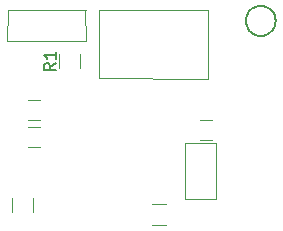
<source format=gbr>
G04 #@! TF.FileFunction,Legend,Top*
%FSLAX46Y46*%
G04 Gerber Fmt 4.6, Leading zero omitted, Abs format (unit mm)*
G04 Created by KiCad (PCBNEW 4.0.2-stable) date Friday, November 24, 2017 'AMt' 07:39:56 AM*
%MOMM*%
G01*
G04 APERTURE LIST*
%ADD10C,0.100000*%
%ADD11C,0.120000*%
%ADD12C,0.127000*%
%ADD13C,0.150000*%
G04 APERTURE END LIST*
D10*
D11*
X115810000Y-99890000D02*
X116810000Y-99890000D01*
X116810000Y-98190000D02*
X115810000Y-98190000D01*
X115810000Y-102140000D02*
X116810000Y-102140000D01*
X116810000Y-100440000D02*
X115810000Y-100440000D01*
X131360000Y-99900000D02*
X130360000Y-99900000D01*
X130360000Y-101600000D02*
X131360000Y-101600000D01*
D10*
X114075000Y-90600000D02*
X120675000Y-90600000D01*
X114050000Y-93200000D02*
X114075000Y-90600000D01*
X120675000Y-93200000D02*
X114050000Y-93200000D01*
X120650000Y-90600000D02*
X120675000Y-93200000D01*
X114125000Y-90600000D02*
X120650000Y-90600000D01*
D12*
X135500000Y-92770000D02*
X135281560Y-92749680D01*
X135281560Y-92749680D02*
X135065660Y-92691260D01*
X135065660Y-92691260D02*
X134865000Y-92599820D01*
X134865000Y-92599820D02*
X134684660Y-92472820D01*
X134684660Y-92472820D02*
X134527180Y-92315340D01*
X134527180Y-92315340D02*
X134400180Y-92135000D01*
X134400180Y-92135000D02*
X134308740Y-91934340D01*
X134308740Y-91934340D02*
X134250320Y-91718440D01*
X134250320Y-91718440D02*
X134230000Y-91500000D01*
X134230000Y-91500000D02*
X134250320Y-91281560D01*
X134250320Y-91281560D02*
X134308740Y-91065660D01*
X134308740Y-91065660D02*
X134400180Y-90865000D01*
X134400180Y-90865000D02*
X134527180Y-90684660D01*
X134527180Y-90684660D02*
X134684660Y-90527180D01*
X134684660Y-90527180D02*
X134865000Y-90400180D01*
X134865000Y-90400180D02*
X135065660Y-90308740D01*
X135065660Y-90308740D02*
X135281560Y-90250320D01*
X135281560Y-90250320D02*
X135500000Y-90230000D01*
X135500000Y-90230000D02*
X135718440Y-90250320D01*
X135718440Y-90250320D02*
X135934340Y-90308740D01*
X135934340Y-90308740D02*
X136135000Y-90400180D01*
X136135000Y-90400180D02*
X136315340Y-90527180D01*
X136315340Y-90527180D02*
X136472820Y-90684660D01*
X136472820Y-90684660D02*
X136599820Y-90865000D01*
X136599820Y-90865000D02*
X136691260Y-91065660D01*
X136691260Y-91065660D02*
X136749680Y-91281560D01*
X136749680Y-91281560D02*
X136770000Y-91500000D01*
X136770000Y-91500000D02*
X136749680Y-91718440D01*
X136749680Y-91718440D02*
X136691260Y-91934340D01*
X136691260Y-91934340D02*
X136599820Y-92135000D01*
X136599820Y-92135000D02*
X136472820Y-92315340D01*
X136472820Y-92315340D02*
X136315340Y-92472820D01*
X136315340Y-92472820D02*
X136135000Y-92599820D01*
X136135000Y-92599820D02*
X135934340Y-92691260D01*
X135934340Y-92691260D02*
X135718440Y-92749680D01*
X135718440Y-92749680D02*
X135500000Y-92770000D01*
X135500000Y-92770000D02*
X135281560Y-92749680D01*
X135281560Y-92749680D02*
X135065660Y-92691260D01*
X135065660Y-92691260D02*
X134865000Y-92599820D01*
X134865000Y-92599820D02*
X134684660Y-92472820D01*
X134684660Y-92472820D02*
X134527180Y-92315340D01*
X134527180Y-92315340D02*
X134400180Y-92135000D01*
X134400180Y-92135000D02*
X134308740Y-91934340D01*
X134308740Y-91934340D02*
X134250320Y-91718440D01*
X134250320Y-91718440D02*
X134230000Y-91500000D01*
X134230000Y-91500000D02*
X134250320Y-91281560D01*
X134250320Y-91281560D02*
X134308740Y-91065660D01*
X134308740Y-91065660D02*
X134400180Y-90865000D01*
X134400180Y-90865000D02*
X134527180Y-90684660D01*
X134527180Y-90684660D02*
X134684660Y-90527180D01*
X134684660Y-90527180D02*
X134865000Y-90400180D01*
X134865000Y-90400180D02*
X135065660Y-90308740D01*
X135065660Y-90308740D02*
X135281560Y-90250320D01*
X135281560Y-90250320D02*
X135500000Y-90230000D01*
X135500000Y-90230000D02*
X135718440Y-90250320D01*
X135718440Y-90250320D02*
X135934340Y-90308740D01*
X135934340Y-90308740D02*
X136135000Y-90400180D01*
X136135000Y-90400180D02*
X136315340Y-90527180D01*
X136315340Y-90527180D02*
X136472820Y-90684660D01*
X136472820Y-90684660D02*
X136599820Y-90865000D01*
X136599820Y-90865000D02*
X136691260Y-91065660D01*
X136691260Y-91065660D02*
X136749680Y-91281560D01*
X136749680Y-91281560D02*
X136770000Y-91500000D01*
X136770000Y-91500000D02*
X136749680Y-91718440D01*
X136749680Y-91718440D02*
X136691260Y-91934340D01*
X136691260Y-91934340D02*
X136599820Y-92135000D01*
X136599820Y-92135000D02*
X136472820Y-92315340D01*
X136472820Y-92315340D02*
X136315340Y-92472820D01*
X136315340Y-92472820D02*
X136135000Y-92599820D01*
X136135000Y-92599820D02*
X135934340Y-92691260D01*
X135934340Y-92691260D02*
X135718440Y-92749680D01*
X135718440Y-92749680D02*
X135500000Y-92770000D01*
X135500000Y-92770000D02*
X135281560Y-92749680D01*
X135281560Y-92749680D02*
X135065660Y-92691260D01*
X135065660Y-92691260D02*
X134865000Y-92599820D01*
X134865000Y-92599820D02*
X134684660Y-92472820D01*
X134684660Y-92472820D02*
X134527180Y-92315340D01*
X134527180Y-92315340D02*
X134400180Y-92135000D01*
X134400180Y-92135000D02*
X134308740Y-91934340D01*
X134308740Y-91934340D02*
X134250320Y-91718440D01*
X134250320Y-91718440D02*
X134230000Y-91500000D01*
X134230000Y-91500000D02*
X134250320Y-91281560D01*
X134250320Y-91281560D02*
X134308740Y-91065660D01*
X134308740Y-91065660D02*
X134400180Y-90865000D01*
X134400180Y-90865000D02*
X134527180Y-90684660D01*
X134527180Y-90684660D02*
X134684660Y-90527180D01*
X134684660Y-90527180D02*
X134865000Y-90400180D01*
X134865000Y-90400180D02*
X135065660Y-90308740D01*
X135065660Y-90308740D02*
X135281560Y-90250320D01*
X135281560Y-90250320D02*
X135500000Y-90230000D01*
X135500000Y-90230000D02*
X135718440Y-90250320D01*
X135718440Y-90250320D02*
X135934340Y-90308740D01*
X135934340Y-90308740D02*
X136135000Y-90400180D01*
X136135000Y-90400180D02*
X136315340Y-90527180D01*
X136315340Y-90527180D02*
X136472820Y-90684660D01*
X136472820Y-90684660D02*
X136599820Y-90865000D01*
X136599820Y-90865000D02*
X136691260Y-91065660D01*
X136691260Y-91065660D02*
X136749680Y-91281560D01*
X136749680Y-91281560D02*
X136770000Y-91500000D01*
X136770000Y-91500000D02*
X136749680Y-91718440D01*
X136749680Y-91718440D02*
X136691260Y-91934340D01*
X136691260Y-91934340D02*
X136599820Y-92135000D01*
X136599820Y-92135000D02*
X136472820Y-92315340D01*
X136472820Y-92315340D02*
X136315340Y-92472820D01*
X136315340Y-92472820D02*
X136135000Y-92599820D01*
X136135000Y-92599820D02*
X135934340Y-92691260D01*
X135934340Y-92691260D02*
X135718440Y-92749680D01*
X135718440Y-92749680D02*
X135500000Y-92770000D01*
X135500000Y-92770000D02*
X135281560Y-92749680D01*
X135281560Y-92749680D02*
X135065660Y-92691260D01*
X135065660Y-92691260D02*
X134865000Y-92599820D01*
X134865000Y-92599820D02*
X134684660Y-92472820D01*
X134684660Y-92472820D02*
X134527180Y-92315340D01*
X134527180Y-92315340D02*
X134400180Y-92135000D01*
X134400180Y-92135000D02*
X134308740Y-91934340D01*
X134308740Y-91934340D02*
X134250320Y-91718440D01*
X134250320Y-91718440D02*
X134230000Y-91500000D01*
X134230000Y-91500000D02*
X134250320Y-91281560D01*
X134250320Y-91281560D02*
X134308740Y-91065660D01*
X134308740Y-91065660D02*
X134400180Y-90865000D01*
X134400180Y-90865000D02*
X134527180Y-90684660D01*
X134527180Y-90684660D02*
X134684660Y-90527180D01*
X134684660Y-90527180D02*
X134865000Y-90400180D01*
X134865000Y-90400180D02*
X135065660Y-90308740D01*
X135065660Y-90308740D02*
X135281560Y-90250320D01*
X135281560Y-90250320D02*
X135500000Y-90230000D01*
X135500000Y-90230000D02*
X135718440Y-90250320D01*
X135718440Y-90250320D02*
X135934340Y-90308740D01*
X135934340Y-90308740D02*
X136135000Y-90400180D01*
X136135000Y-90400180D02*
X136315340Y-90527180D01*
X136315340Y-90527180D02*
X136472820Y-90684660D01*
X136472820Y-90684660D02*
X136599820Y-90865000D01*
X136599820Y-90865000D02*
X136691260Y-91065660D01*
X136691260Y-91065660D02*
X136749680Y-91281560D01*
X136749680Y-91281560D02*
X136770000Y-91500000D01*
X136770000Y-91500000D02*
X136749680Y-91718440D01*
X136749680Y-91718440D02*
X136691260Y-91934340D01*
X136691260Y-91934340D02*
X136599820Y-92135000D01*
X136599820Y-92135000D02*
X136472820Y-92315340D01*
X136472820Y-92315340D02*
X136315340Y-92472820D01*
X136315340Y-92472820D02*
X136135000Y-92599820D01*
X136135000Y-92599820D02*
X135934340Y-92691260D01*
X135934340Y-92691260D02*
X135718440Y-92749680D01*
X135718440Y-92749680D02*
X135500000Y-92770000D01*
D11*
X120220000Y-94320000D02*
X120220000Y-95520000D01*
X118460000Y-95520000D02*
X118460000Y-94320000D01*
X116220000Y-106510000D02*
X116220000Y-107710000D01*
X114460000Y-107710000D02*
X114460000Y-106510000D01*
X127490000Y-108760000D02*
X126290000Y-108760000D01*
X126290000Y-107000000D02*
X127490000Y-107000000D01*
D10*
X121820000Y-90610000D02*
X121840000Y-96360000D01*
X130990000Y-96380000D02*
X121840000Y-96360000D01*
X121840000Y-96360000D02*
X130990000Y-96400000D01*
X131030000Y-90610000D02*
X131010000Y-96380000D01*
X121820000Y-90610000D02*
X131050000Y-90610000D01*
X129100000Y-106600000D02*
X131700000Y-106600000D01*
X129100000Y-106600000D02*
X129100000Y-101800000D01*
X129100000Y-101800000D02*
X131700000Y-101800000D01*
X131700000Y-106600000D02*
X131700000Y-101800000D01*
X129100000Y-106600000D02*
X131700000Y-106600000D01*
X129100000Y-106600000D02*
X129100000Y-101800000D01*
X129100000Y-101800000D02*
X129100000Y-106600000D01*
D13*
X118142381Y-95086666D02*
X117666190Y-95420000D01*
X118142381Y-95658095D02*
X117142381Y-95658095D01*
X117142381Y-95277142D01*
X117190000Y-95181904D01*
X117237619Y-95134285D01*
X117332857Y-95086666D01*
X117475714Y-95086666D01*
X117570952Y-95134285D01*
X117618571Y-95181904D01*
X117666190Y-95277142D01*
X117666190Y-95658095D01*
X118142381Y-94134285D02*
X118142381Y-94705714D01*
X118142381Y-94420000D02*
X117142381Y-94420000D01*
X117285238Y-94515238D01*
X117380476Y-94610476D01*
X117428095Y-94705714D01*
M02*

</source>
